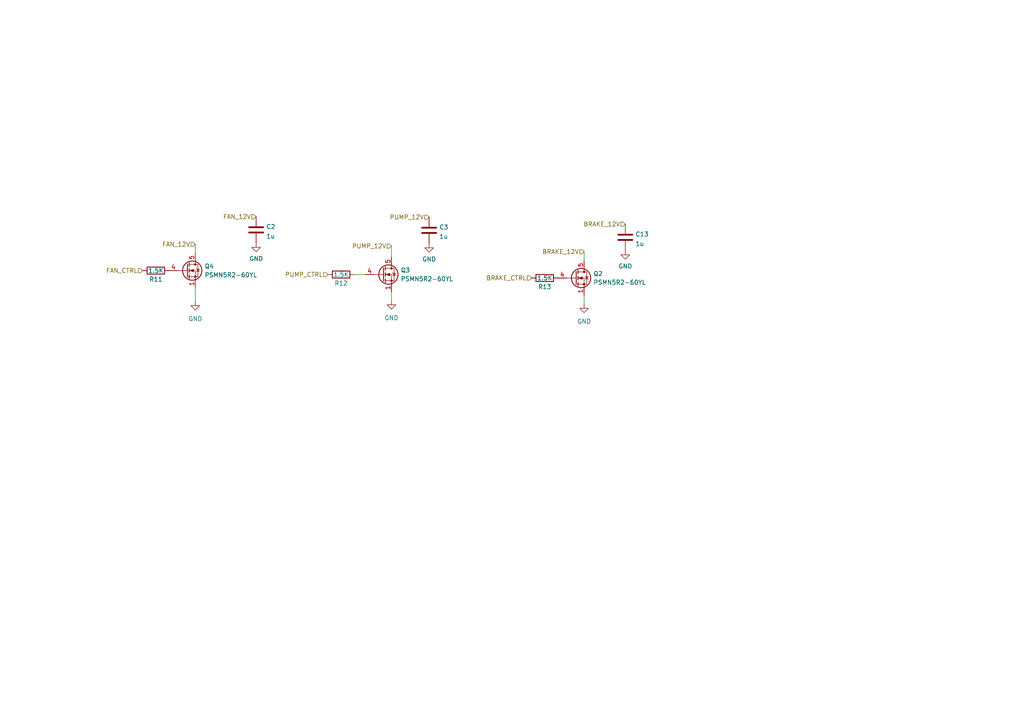
<source format=kicad_sch>
(kicad_sch (version 20211123) (generator eeschema)
  (paper "A4")
  (lib_symbols
    (symbol "Device:C" (pin_numbers hide) (pin_names (offset 0.254))
      (property "Reference" "C" (at 0.635 2.54 0))
      (property "Value" "C" (at 0.635 -2.54 0))
      (symbol "C_0_1"
        (polyline (pts (xy -2.032 -0.762) (xy 2.032 -0.762)) (stroke (width 0.508)))
        (polyline (pts (xy -2.032 0.762) (xy 2.032 0.762)) (stroke (width 0.508)))
      )
      (symbol "C_1_1"
        (pin passive line (at 0 3.81 270) (length 2.794) (name "~") (number "1"))
        (pin passive line (at 0 -3.81 90) (length 2.794) (name "~") (number "2"))
      )
    )
    (symbol "Device:R" (pin_numbers hide) (pin_names (offset 0))
      (property "Reference" "R" (at 2.032 0 90))
      (property "Value" "R" (at 0 0 90))
      (symbol "R_0_1"
        (rectangle (start -1.016 -2.54) (end 1.016 2.54) (stroke (width 0.254)))
      )
      (symbol "R_1_1"
        (pin passive line (at 0 3.81 270) (length 1.27) (name "~") (number "1"))
        (pin passive line (at 0 -3.81 90) (length 1.27) (name "~") (number "2"))
      )
    )
    (symbol "Transistor_FET:PSMN5R2-60YL" (pin_names hide)
      (property "Reference" "Q" (at 6.35 2.54 0))
      (property "Value" "PSMN5R2-60YL" (at 12.7 0 0))
      (symbol "PSMN5R2-60YL_0_1"
        (polyline (pts (xy 0.254 0) (xy -2.54 0)))
        (polyline (pts (xy 0.254 1.905) (xy 0.254 -1.905)) (stroke (width 0.254)))
        (polyline (pts (xy 0.762 -1.27) (xy 0.762 -2.286)) (stroke (width 0.254)))
        (polyline (pts (xy 0.762 0.508) (xy 0.762 -0.508)) (stroke (width 0.254)))
        (polyline (pts (xy 0.762 2.286) (xy 0.762 1.27)) (stroke (width 0.254)))
        (polyline (pts (xy 2.54 2.54) (xy 2.54 1.778)))
        (polyline (pts (xy 2.54 -2.54) (xy 2.54 0) (xy 0.762 0)))
        (polyline (pts (xy 0.762 -1.778) (xy 3.302 -1.778) (xy 3.302 1.778) (xy 0.762 1.778)))
        (polyline (pts (xy 1.016 0) (xy 2.032 0.381) (xy 2.032 -0.381) (xy 1.016 0)) (fill (type outline)))
        (polyline (pts (xy 2.794 0.508) (xy 2.921 0.381) (xy 3.683 0.381) (xy 3.81 0.254)))
        (polyline (pts (xy 3.302 0.381) (xy 2.921 -0.254) (xy 3.683 -0.254) (xy 3.302 0.381)))
        (circle (center 1.651 0) (radius 2.794) (stroke (width 0.254)))
        (circle (center 2.54 -1.778) (radius 0.254) (fill (type outline)))
        (circle (center 2.54 1.778) (radius 0.254) (fill (type outline)))
      )
      (symbol "PSMN5R2-60YL_1_1"
        (pin passive line (at 2.54 -5.08 90) (length 2.54) (name "S") (number "1"))
        (pin passive line (at 2.54 -5.08 90) (length 2.54) hide (name "S") (number "2"))
        (pin passive line (at 2.54 -5.08 90) (length 2.54) hide (name "S") (number "3"))
        (pin passive line (at -5.08 0 0) (length 2.54) (name "G") (number "4"))
        (pin passive line (at 2.54 5.08 270) (length 2.54) (name "D") (number "5"))
      )
    )
    (symbol "power:GND" (power) (pin_names (offset 0))
      (property "Value" "GND" (at 0 -3.81 0))
      (symbol "GND_0_1"
        (polyline (pts (xy 0 0) (xy 0 -1.27) (xy 1.27 -1.27) (xy 0 -2.54) (xy -1.27 -1.27) (xy 0 -1.27)))
      )
      (symbol "GND_1_1"
        (pin power_in line (at 0 0 270) (length 0) hide (name "GND") (number "1"))
      )
    )
  )
  (wire (pts (xy 102.743 79.629) (xy 105.918 79.629)))
  (wire (pts (xy 169.418 73.025) (xy 169.418 75.565)))
  (wire (pts (xy 56.642 70.866) (xy 56.642 73.406)))
  (wire (pts (xy 169.418 88.138) (xy 169.418 85.725)))
  (wire (pts (xy 113.538 87.122) (xy 113.538 84.709)))
  (wire (pts (xy 56.642 87.376) (xy 56.642 83.566)))
  (wire (pts (xy 113.538 71.374) (xy 113.538 74.549)))
  (hierarchical_label "PUMP_12V" (shape input) (at 124.46 62.992 180))
  (hierarchical_label "FAN_12V" (shape input) (at 56.642 70.866 180))
  (hierarchical_label "PUMP_12V" (shape input) (at 113.538 71.374 180))
  (hierarchical_label "PUMP_CTRL" (shape input) (at 95.123 79.629 180))
  (hierarchical_label "FAN_CTRL" (shape input) (at 41.402 78.486 180))
  (hierarchical_label "BRAKE_12V" (shape input) (at 169.418 73.025 180))
  (hierarchical_label "FAN_12V" (shape input) (at 74.295 62.865 180))
  (hierarchical_label "BRAKE_CTRL" (shape input) (at 154.178 80.645 180))
  (hierarchical_label "BRAKE_12V" (shape input) (at 181.356 65.024 180))
  (symbol (lib_id "Transistor_FET:PSMN5R2-60YL") (at 166.878 80.645 0) (unit 1)
    (property "Reference" "Q2" (at 172.085 79.3749 0) (effects (justify left)))
    (property "Value" "PSMN5R2-60YL" (at 172.085 81.9149 0) (effects (justify left)))
    (property "Footprint" "Package_TO_SOT_SMD:LFPAK56" (effects hide))
    (property "Datasheet" "https://assets.nexperia.com/documents/data-sheet/PSMN5R2-60YL.pdf" (effects hide))
  )
  (symbol (lib_id "power:GND") (at 169.418 88.138 0) (unit 1)
    (property "Reference" "#PWR0138" (effects hide))
    (property "Value" "GND" (at 169.418 93.218 0))
  )
  (symbol (lib_id "Device:C") (at 124.46 66.802 0) (unit 1)
    (property "Reference" "C3" (at 127.381 65.8935 0) (effects (justify left)))
    (property "Value" "1u" (at 127.381 68.6686 0) (effects (justify left)))
    (property "Footprint" "Capacitor_SMD:C_0603_1608Metric_Pad1.08x0.95mm_HandSolder" (effects hide))
  )
  (symbol (lib_id "Device:R") (at 157.988 80.645 90) (unit 1)
    (property "Reference" "R13" (at 157.988 83.185 90))
    (property "Value" "1.5K" (at 157.988 80.645 90))
    (property "Footprint" "Resistor_SMD:R_0603_1608Metric_Pad0.98x0.95mm_HandSolder" (effects hide))
  )
  (symbol (lib_id "Transistor_FET:PSMN5R2-60YL") (at 110.998 79.629 0) (unit 1)
    (property "Reference" "Q3" (at 116.205 78.3589 0) (effects (justify left)))
    (property "Value" "PSMN5R2-60YL" (at 116.205 80.8989 0) (effects (justify left)))
    (property "Footprint" "Package_TO_SOT_SMD:LFPAK56" (effects hide))
    (property "Datasheet" "https://assets.nexperia.com/documents/data-sheet/PSMN5R2-60YL.pdf" (effects hide))
  )
  (symbol (lib_id "power:GND") (at 56.642 87.376 0) (unit 1)
    (property "Reference" "#PWR0140" (effects hide))
    (property "Value" "GND" (at 56.642 92.456 0))
  )
  (symbol (lib_id "Device:R") (at 98.933 79.629 90) (unit 1)
    (property "Reference" "R12" (at 98.933 82.169 90))
    (property "Value" "1.5K" (at 98.933 79.629 90))
    (property "Footprint" "Resistor_SMD:R_0603_1608Metric_Pad0.98x0.95mm_HandSolder" (effects hide))
  )
  (symbol (lib_id "Device:R") (at 45.212 78.486 90) (unit 1)
    (property "Reference" "R11" (at 45.212 81.026 90))
    (property "Value" "1.5K" (at 45.212 78.486 90))
    (property "Footprint" "Resistor_SMD:R_0603_1608Metric_Pad0.98x0.95mm_HandSolder" (effects hide))
  )
  (symbol (lib_id "Device:C") (at 181.356 68.834 0) (unit 1)
    (property "Reference" "C13" (at 184.277 67.9255 0) (effects (justify left)))
    (property "Value" "1u" (at 184.277 70.7006 0) (effects (justify left)))
    (property "Footprint" "Capacitor_SMD:C_0603_1608Metric_Pad1.08x0.95mm_HandSolder" (effects hide))
  )
  (symbol (lib_id "Transistor_FET:PSMN5R2-60YL") (at 54.102 78.486 0) (unit 1)
    (property "Reference" "Q4" (at 59.309 77.2159 0) (effects (justify left)))
    (property "Value" "PSMN5R2-60YL" (at 59.309 79.7559 0) (effects (justify left)))
    (property "Footprint" "Package_TO_SOT_SMD:LFPAK56" (effects hide))
    (property "Datasheet" "https://assets.nexperia.com/documents/data-sheet/PSMN5R2-60YL.pdf" (effects hide))
  )
  (symbol (lib_id "power:GND") (at 74.295 70.485 0) (unit 1)
    (property "Reference" "#PWR0145" (effects hide))
    (property "Value" "GND" (at 74.295 75.0475 0))
  )
  (symbol (lib_id "power:GND") (at 181.356 72.644 0) (unit 1)
    (property "Reference" "#PWR0150" (effects hide))
    (property "Value" "GND" (at 181.356 77.2065 0))
  )
  (symbol (lib_id "power:GND") (at 113.538 87.122 0) (unit 1)
    (property "Reference" "#PWR0141" (effects hide))
    (property "Value" "GND" (at 113.538 92.202 0))
  )
  (symbol (lib_id "Device:C") (at 74.295 66.675 0) (unit 1)
    (property "Reference" "C2" (at 77.216 65.7665 0) (effects (justify left)))
    (property "Value" "1u" (at 77.216 68.5416 0) (effects (justify left)))
    (property "Footprint" "Capacitor_SMD:C_0603_1608Metric_Pad1.08x0.95mm_HandSolder" (effects hide))
  )
  (symbol (lib_id "power:GND") (at 124.46 70.612 0) (unit 1)
    (property "Reference" "#PWR0151" (effects hide))
    (property "Value" "GND" (at 124.46 75.1745 0))
  )
)
</source>
